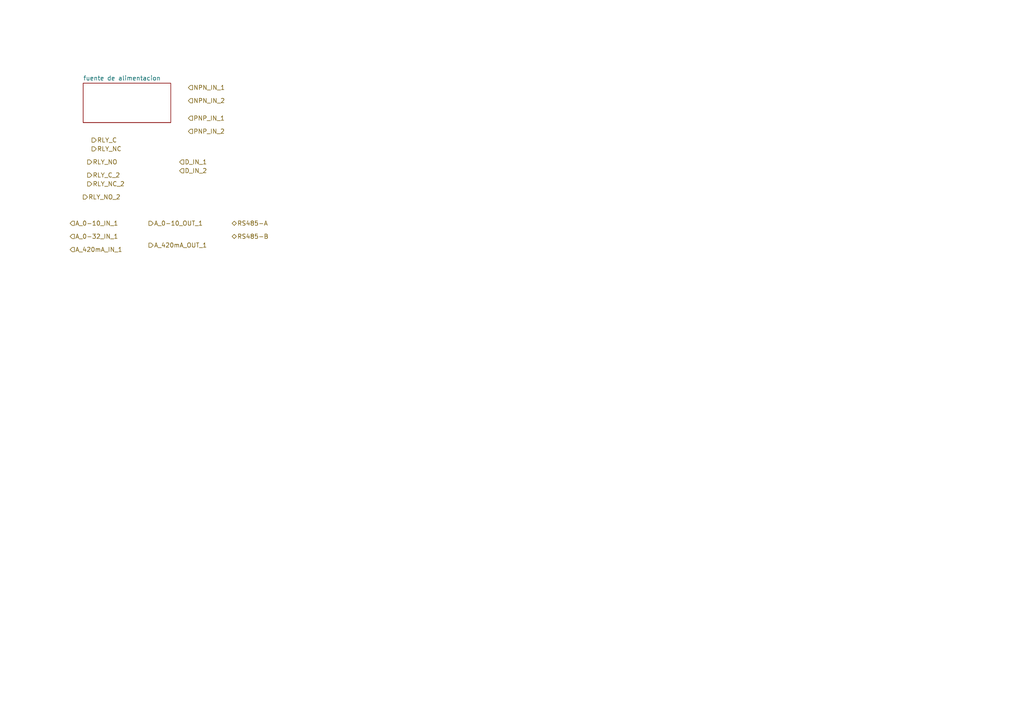
<source format=kicad_sch>
(kicad_sch
	(version 20231120)
	(generator "eeschema")
	(generator_version "8.0")
	(uuid "fd732604-e6b7-4eaa-a480-8c6a02a15fcb")
	(paper "A4")
	(lib_symbols)
	(hierarchical_label "NPN_IN_2"
		(shape input)
		(at 54.61 29.21 0)
		(fields_autoplaced yes)
		(effects
			(font
				(size 1.27 1.27)
			)
			(justify left)
		)
		(uuid "095760cc-8394-45eb-8b46-e213d9428764")
	)
	(hierarchical_label "D_IN_2"
		(shape input)
		(at 52.07 49.53 0)
		(fields_autoplaced yes)
		(effects
			(font
				(size 1.27 1.27)
			)
			(justify left)
		)
		(uuid "12b361d6-6ff4-4663-bcaa-da9bd605ebbb")
	)
	(hierarchical_label "PNP_IN_2"
		(shape input)
		(at 54.61 38.1 0)
		(fields_autoplaced yes)
		(effects
			(font
				(size 1.27 1.27)
			)
			(justify left)
		)
		(uuid "222bd04d-6f11-401d-92c4-08a76ea1312b")
	)
	(hierarchical_label "PNP_IN_1"
		(shape input)
		(at 54.61 34.29 0)
		(fields_autoplaced yes)
		(effects
			(font
				(size 1.27 1.27)
			)
			(justify left)
		)
		(uuid "2a713b7d-a917-453e-96eb-1b9374ea134f")
	)
	(hierarchical_label "RLY_NO"
		(shape output)
		(at 25.4 46.99 0)
		(fields_autoplaced yes)
		(effects
			(font
				(size 1.27 1.27)
			)
			(justify left)
		)
		(uuid "34c5273b-2633-4f64-bf2f-3184e6f2af68")
	)
	(hierarchical_label "A_0-32_IN_1"
		(shape input)
		(at 20.32 68.58 0)
		(fields_autoplaced yes)
		(effects
			(font
				(size 1.27 1.27)
			)
			(justify left)
		)
		(uuid "39b8f3ae-e935-495e-8042-12babc2dd188")
	)
	(hierarchical_label "A_420mA_OUT_1"
		(shape output)
		(at 43.18 71.12 0)
		(fields_autoplaced yes)
		(effects
			(font
				(size 1.27 1.27)
			)
			(justify left)
		)
		(uuid "64460cb7-c901-486e-8711-2b490491845b")
	)
	(hierarchical_label "RLY_NO_2"
		(shape output)
		(at 24.13 57.15 0)
		(fields_autoplaced yes)
		(effects
			(font
				(size 1.27 1.27)
			)
			(justify left)
		)
		(uuid "6b065855-a92d-402b-92bc-2a9fb8130b4d")
	)
	(hierarchical_label "RLY_C_2"
		(shape output)
		(at 25.4 50.8 0)
		(fields_autoplaced yes)
		(effects
			(font
				(size 1.27 1.27)
			)
			(justify left)
		)
		(uuid "8a2ebc0e-ed9f-4835-b378-b6f8e70daf51")
	)
	(hierarchical_label "D_IN_1"
		(shape input)
		(at 52.07 46.99 0)
		(fields_autoplaced yes)
		(effects
			(font
				(size 1.27 1.27)
			)
			(justify left)
		)
		(uuid "a8f0dbcf-aedb-4346-995e-3f59b172091d")
	)
	(hierarchical_label "RS485-A"
		(shape bidirectional)
		(at 67.31 64.77 0)
		(fields_autoplaced yes)
		(effects
			(font
				(size 1.27 1.27)
			)
			(justify left)
		)
		(uuid "a9474f79-20bf-43f1-9058-4d43036ade0d")
	)
	(hierarchical_label "RLY_C"
		(shape output)
		(at 26.67 40.64 0)
		(fields_autoplaced yes)
		(effects
			(font
				(size 1.27 1.27)
			)
			(justify left)
		)
		(uuid "b624ebf0-17b4-4781-b5b2-2a8702425784")
	)
	(hierarchical_label "RS485-B"
		(shape bidirectional)
		(at 67.31 68.58 0)
		(fields_autoplaced yes)
		(effects
			(font
				(size 1.27 1.27)
			)
			(justify left)
		)
		(uuid "c9acacc8-5b33-4f1d-8a7a-91e4a901b755")
	)
	(hierarchical_label "A_420mA_IN_1"
		(shape input)
		(at 20.32 72.39 0)
		(fields_autoplaced yes)
		(effects
			(font
				(size 1.27 1.27)
			)
			(justify left)
		)
		(uuid "d7d0583f-1fee-4b8f-874a-8bfce359e490")
	)
	(hierarchical_label "RLY_NC_2"
		(shape output)
		(at 25.4 53.34 0)
		(fields_autoplaced yes)
		(effects
			(font
				(size 1.27 1.27)
			)
			(justify left)
		)
		(uuid "da22e175-d104-44d9-9c35-d1cd85b5ce37")
	)
	(hierarchical_label "A_0-10_OUT_1"
		(shape output)
		(at 43.18 64.77 0)
		(fields_autoplaced yes)
		(effects
			(font
				(size 1.27 1.27)
			)
			(justify left)
		)
		(uuid "eab51ee2-ccfe-4116-b0cf-9d4ca00d0ccd")
	)
	(hierarchical_label "RLY_NC"
		(shape output)
		(at 26.67 43.18 0)
		(fields_autoplaced yes)
		(effects
			(font
				(size 1.27 1.27)
			)
			(justify left)
		)
		(uuid "eb2ba304-4d70-41c7-80db-3f3df66701be")
	)
	(hierarchical_label "NPN_IN_1"
		(shape input)
		(at 54.61 25.4 0)
		(fields_autoplaced yes)
		(effects
			(font
				(size 1.27 1.27)
			)
			(justify left)
		)
		(uuid "f2e95f29-81fa-43d0-93ab-9aa0ae31aa83")
	)
	(hierarchical_label "A_0-10_IN_1"
		(shape input)
		(at 20.32 64.77 0)
		(fields_autoplaced yes)
		(effects
			(font
				(size 1.27 1.27)
			)
			(justify left)
		)
		(uuid "f80feac3-00d5-4e94-bfe0-74a040a6e8e1")
	)
	(sheet
		(at 24.13 24.13)
		(size 25.4 11.43)
		(fields_autoplaced yes)
		(stroke
			(width 0.1524)
			(type solid)
		)
		(fill
			(color 0 0 0 0.0000)
		)
		(uuid "965f40fa-15fa-434f-8f26-403867dd1ecb")
		(property "Sheetname" "fuente de alimentacion"
			(at 24.13 23.4184 0)
			(effects
				(font
					(size 1.27 1.27)
				)
				(justify left bottom)
			)
		)
		(property "Sheetfile" "fuente de alimentacion.kicad_sch"
			(at 24.13 36.1446 0)
			(effects
				(font
					(size 1.27 1.27)
				)
				(justify left top)
				(hide yes)
			)
		)
		(instances
			(project "avance del proyecto"
				(path "/44bebede-d1a5-43dd-a7cd-aec497c9e8a5/bfc6083d-419d-4fe5-991d-703efec7beb7"
					(page "3")
				)
			)
		)
	)
)

</source>
